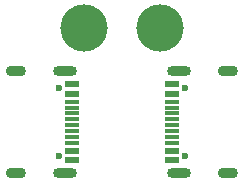
<source format=gbr>
%TF.GenerationSoftware,KiCad,Pcbnew,(5.99.0-2309-gaf729d578)*%
%TF.CreationDate,2020-08-23T01:34:45-04:00*%
%TF.ProjectId,usbpower,75736270-6f77-4657-922e-6b696361645f,rev?*%
%TF.SameCoordinates,Original*%
%TF.FileFunction,Soldermask,Top*%
%TF.FilePolarity,Negative*%
%FSLAX46Y46*%
G04 Gerber Fmt 4.6, Leading zero omitted, Abs format (unit mm)*
G04 Created by KiCad (PCBNEW (5.99.0-2309-gaf729d578)) date 2020-08-23 01:34:45*
%MOMM*%
%LPD*%
G01*
G04 APERTURE LIST*
%ADD10C,4.000000*%
%ADD11R,1.160000X0.600000*%
%ADD12C,0.600000*%
%ADD13R,1.160000X0.300000*%
%ADD14O,1.700000X0.900000*%
%ADD15O,2.000000X0.900000*%
G04 APERTURE END LIST*
D10*
%TO.C,TP2*%
X26500000Y-15000000D03*
%TD*%
%TO.C,TP1*%
X33000000Y-15000000D03*
%TD*%
D11*
%TO.C,P2*%
X25510000Y-26200000D03*
X25510000Y-25400000D03*
X25510000Y-26200000D03*
X25510000Y-25400000D03*
X25510000Y-19800000D03*
X25510000Y-19800000D03*
X25510000Y-20600000D03*
X25510000Y-20600000D03*
D12*
X24450000Y-20110000D03*
X24450000Y-25890000D03*
D13*
X25510000Y-24750000D03*
X25510000Y-23750000D03*
X25510000Y-24250000D03*
X25510000Y-21750000D03*
X25510000Y-21250000D03*
X25510000Y-23250000D03*
X25510000Y-22750000D03*
X25510000Y-22250000D03*
D14*
X20760000Y-27320000D03*
X20760000Y-18680000D03*
D15*
X24930000Y-27320000D03*
X24930000Y-18680000D03*
%TD*%
D11*
%TO.C,P1*%
X33990000Y-19800000D03*
X33990000Y-20600000D03*
X33990000Y-19800000D03*
X33990000Y-20600000D03*
X33990000Y-26200000D03*
X33990000Y-26200000D03*
X33990000Y-25400000D03*
X33990000Y-25400000D03*
D12*
X35050000Y-25890000D03*
X35050000Y-20110000D03*
D13*
X33990000Y-21250000D03*
X33990000Y-22250000D03*
X33990000Y-21750000D03*
X33990000Y-24250000D03*
X33990000Y-24750000D03*
X33990000Y-22750000D03*
X33990000Y-23250000D03*
X33990000Y-23750000D03*
D14*
X38740000Y-18680000D03*
X38740000Y-27320000D03*
D15*
X34570000Y-18680000D03*
X34570000Y-27320000D03*
%TD*%
M02*

</source>
